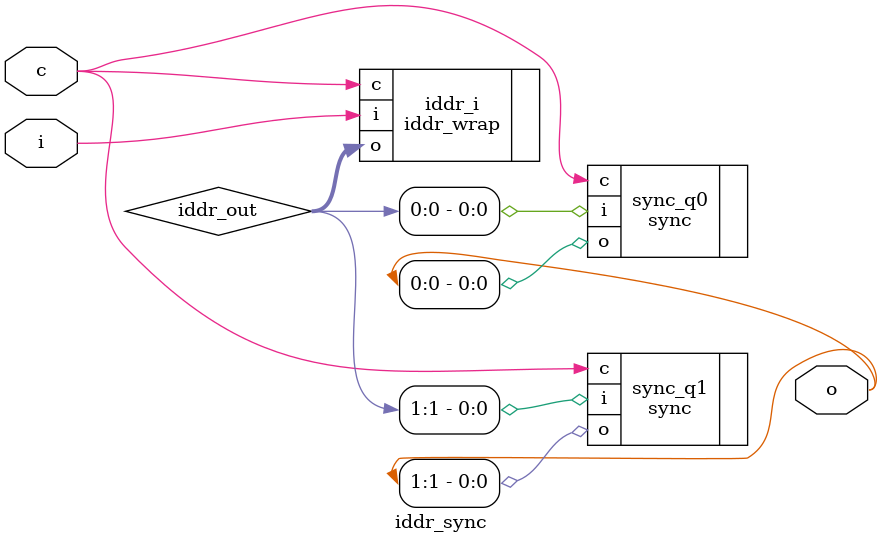
<source format=v>
/*
 * Copyright (C) 2014 Harmon Instruments, LLC
 *
 * This program is free software: you can redistribute it and/or modify
 * it under the terms of the GNU General Public License as published by
 * the Free Software Foundation, either version 3 of the License, or
 * (at your option) any later version.
 *
 * This program is distributed in the hope that it will be useful,
 * but WITHOUT ANY WARRANTY; without even the implied warranty of
 * MERCHANTABILITY or FITNESS FOR A PARTICULAR PURPOSE.  See the
 * GNU General Public License for more details.
 *
 * You should have received a copy of the GNU General Public License
 * along with this program.  If not, see <http://www.gnu.org/licenses/
 *
 */

`timescale 1ns / 1ps

// out[0] is the last bit received
module iddr_sync (input c, input i, output [1:0] o);
   wire [1:0] 	iddr_out;
   iddr_wrap iddr_i(.c(c), .i(i), .o(iddr_out));
   sync sync_q0(.c(c), .i(iddr_out[0]), .o(o[0]));
   sync sync_q1(.c(c), .i(iddr_out[1]), .o(o[1]));
endmodule

</source>
